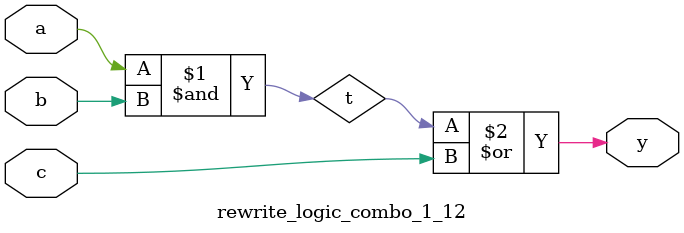
<source format=sv>
module rewrite_logic_combo_1_12(input logic a,b,c, output logic y);
  logic t;
  assign t = a & b;
  assign y = t | c;
endmodule

</source>
